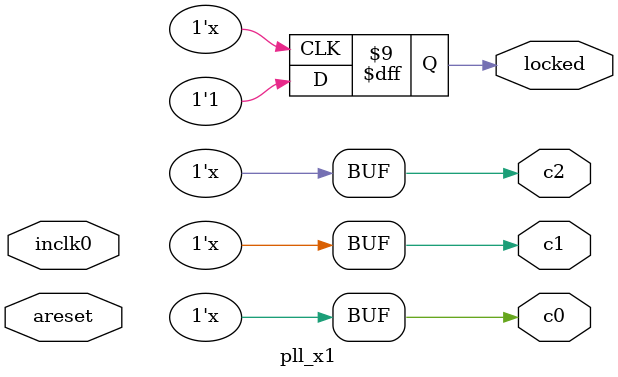
<source format=v>
module pll_x1 (
	input	inclk0,
	input	areset,
	output	reg c0,
	output	reg c1,
	output	reg c2,
	output	reg locked	
);

initial begin
	c0 = 0;
	c1 = 0;
	c2 = 0;
	locked = 0;
end

always	#5000	c0 <= ~c0;
always	#5000 	c1 <= ~c1;
always	#10000	c2 <= ~c2;

always	@(posedge c0) locked <= 1;


endmodule

</source>
